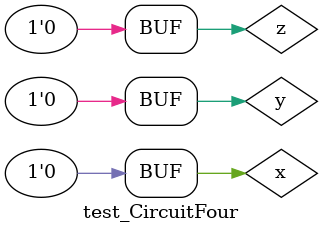
<source format=v>
module test_CircuitFour;
wire S,C;
reg x,y,z;

Full_Add F(x,y,z,S,C);
initial
begin
	x=0;y=0;z=0;
	#20
	x=0;y=0;z=1;
	#20
	x=0;y=1;z=0;
	#20
	x=0;y=1;z=1;
	#20
	x=1;y=0;z=0;
	#20
	x=1;y=0;z=1;
	#20
	x=1;y=1;z=0;
	#20
	x=1;y=1;z=1;
	#20
	x=0;y=0;z=0;
end
endmodule
</source>
